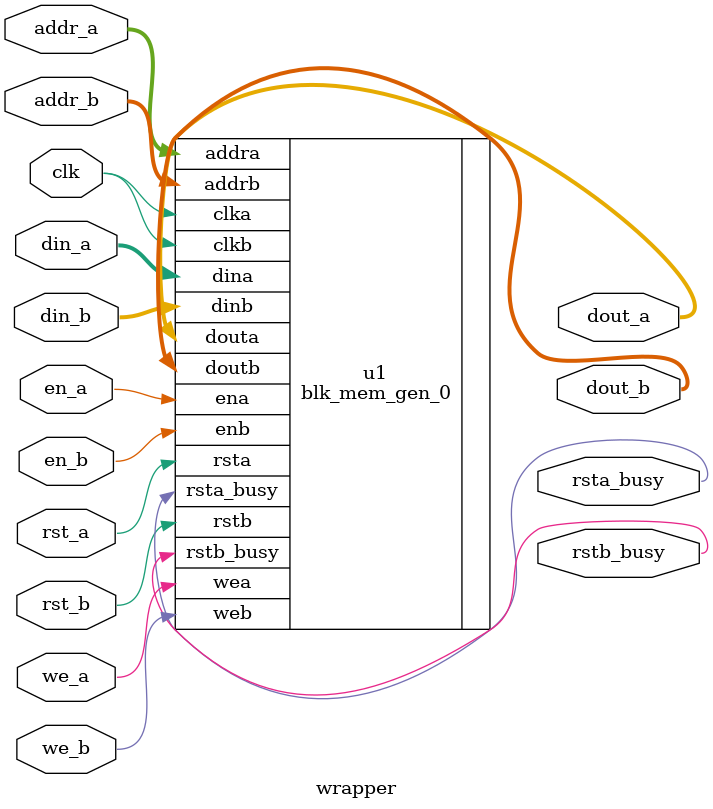
<source format=sv>
`timescale 1ns / 1ps

module wrapper (
    input  logic clk,
    input  logic rst_a,
    input  logic rst_b,
    input  logic en_a,
    input  logic en_b,
    input  logic [0:0] we_a,
    input  logic [0:0] we_b,
    input  logic [4:0] addr_a,
    input  logic [4:0] addr_b,
    input  logic [31:0] din_a,
    input  logic [31:0] din_b,
    output logic [31:0] dout_a,
    output logic [31:0] dout_b,
    output logic rsta_busy,
    output logic rstb_busy
);

    blk_mem_gen_0 u1 (
        .clka(clk),        // Clock for port A
        .rsta(rst_a),      // Reset for port A
        .ena(en_a),        // Enable for port A
        .wea(we_a),        // Write enable for port A
        .addra(addr_a),    // Address for port A
        .dina(din_a),      // Data input for port A
        .douta(dout_a),    // Data output for port A

        .clkb(clk),        // Clock for port B
        .rstb(rst_b),      // Reset for port B
        .enb(en_b),        // Enable for port B
        .web(we_b),        // Write enable for port B
        .addrb(addr_b),    // Address for port B
        .dinb(din_b),      // Data input for port B
        .doutb(dout_b),    // Data output for port B

        .rsta_busy(rsta_busy),  // Reset busy for port A
        .rstb_busy(rstb_busy)   // Reset busy for port B
    );

endmodule

</source>
